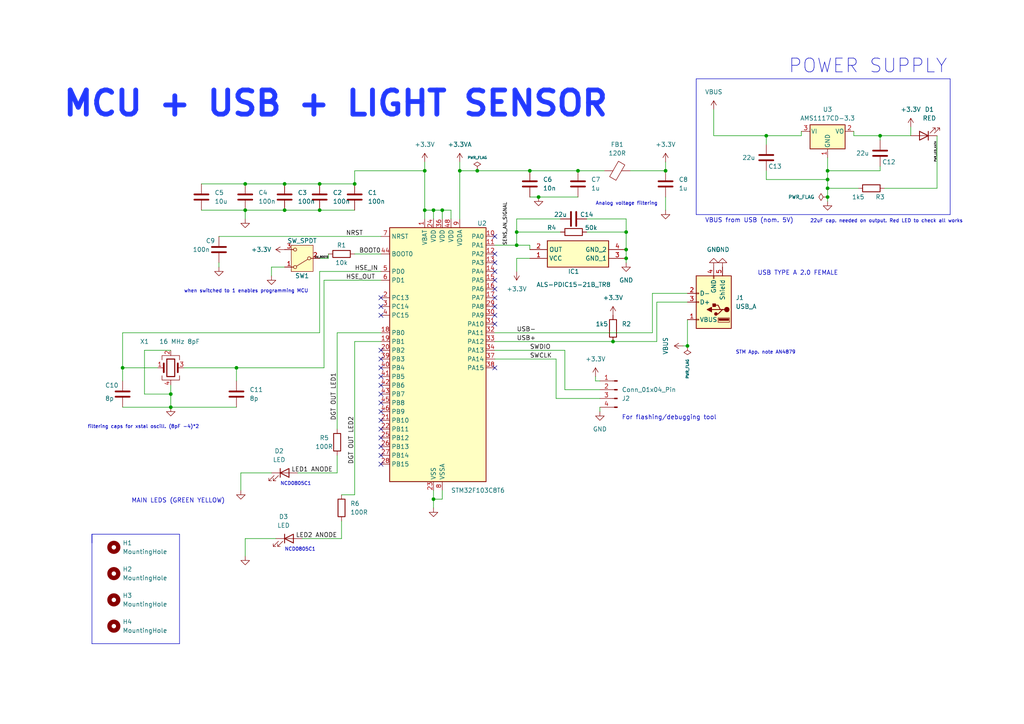
<source format=kicad_sch>
(kicad_sch (version 20230121) (generator eeschema)
  (paper "A4")
  (title_block (title "DuduLightingUp For Lila") (date "2024-01-11") (rev "1.0") (company "AleB"))
  (lib_symbols
    (symbol "Connector:Conn_01x04_Pin" (pin_names (offset 1.016) hide)
      (property "Reference" "J" (at 0 5.08 0))
      (property "Value" "Conn_01x04_Pin" (at 0 -7.62 0))
      (symbol "Conn_01x04_Pin_1_1"
        (polyline (pts (xy 1.27 -5.08) (xy 0.8636 -5.08)) (stroke (width 0.1524)))
        (polyline (pts (xy 1.27 -2.54) (xy 0.8636 -2.54)) (stroke (width 0.1524)))
        (polyline (pts (xy 1.27 0) (xy 0.8636 0)) (stroke (width 0.1524)))
        (polyline (pts (xy 1.27 2.54) (xy 0.8636 2.54)) (stroke (width 0.1524)))
        (rectangle (start 0.8636 -4.953) (end 0 -5.207) (stroke (width 0.1524)) (fill (type outline)))
        (rectangle (start 0.8636 -2.413) (end 0 -2.667) (stroke (width 0.1524)) (fill (type outline)))
        (rectangle (start 0.8636 0.127) (end 0 -0.127) (stroke (width 0.1524)) (fill (type outline)))
        (rectangle (start 0.8636 2.667) (end 0 2.413) (stroke (width 0.1524)) (fill (type outline)))
        (pin passive line (at 5.08 2.54 180) (length 3.81) (name "Pin_1") (number "1"))
        (pin passive line (at 5.08 0 180) (length 3.81) (name "Pin_2") (number "2"))
        (pin passive line (at 5.08 -2.54 180) (length 3.81) (name "Pin_3") (number "3"))
        (pin passive line (at 5.08 -5.08 180) (length 3.81) (name "Pin_4") (number "4"))
      )
    )
    (symbol "Connector:USB_A" (pin_names (offset 1.016))
      (property "Reference" "J" (at -5.08 11.43 0))
      (property "Value" "USB_A" (at -5.08 8.89 0))
      (symbol "USB_A_0_1"
        (rectangle (start -5.08 -7.62) (end 5.08 7.62) (stroke (width 0.254)) (fill (type background)))
        (circle (center -3.81 2.159) (radius 0.635) (stroke (width 0.254)) (fill (type outline)))
        (rectangle (start -1.524 4.826) (end -4.318 5.334) (fill (type outline)))
        (rectangle (start -1.27 4.572) (end -4.572 5.842))
        (circle (center -0.635 3.429) (radius 0.381) (stroke (width 0.254)) (fill (type outline)))
        (rectangle (start -0.127 -7.62) (end 0.127 -6.858))
        (polyline (pts (xy -3.175 2.159) (xy -2.54 2.159) (xy -1.27 3.429) (xy -0.635 3.429)) (stroke (width 0.254)))
        (polyline (pts (xy -2.54 2.159) (xy -1.905 2.159) (xy -1.27 0.889) (xy 0 0.889)) (stroke (width 0.254)))
        (polyline (pts (xy 0.635 2.794) (xy 0.635 1.524) (xy 1.905 2.159) (xy 0.635 2.794)) (stroke (width 0.254)) (fill (type outline)))
        (rectangle (start 0.254 1.27) (end -0.508 0.508) (stroke (width 0.254)) (fill (type outline)))
        (rectangle (start 5.08 -2.667) (end 4.318 -2.413))
        (rectangle (start 5.08 -0.127) (end 4.318 0.127))
        (rectangle (start 5.08 4.953) (end 4.318 5.207))
      )
      (symbol "USB_A_1_1"
        (polyline (pts (xy -1.905 2.159) (xy 0.635 2.159)) (stroke (width 0.254)))
        (pin power_in line (at 7.62 5.08 180) (length 2.54) (name "VBUS") (number "1"))
        (pin bidirectional line (at 7.62 -2.54 180) (length 2.54) (name "D-") (number "2"))
        (pin bidirectional line (at 7.62 0 180) (length 2.54) (name "D+") (number "3"))
        (pin power_in line (at 0 -10.16 90) (length 2.54) (name "GND") (number "4"))
        (pin passive line (at -2.54 -10.16 90) (length 2.54) (name "Shield") (number "5"))
      )
    )
    (symbol "Device:C" (pin_numbers hide) (pin_names (offset 0.254))
      (property "Reference" "C" (at 0.635 2.54 0))
      (property "Value" "C" (at 0.635 -2.54 0))
      (symbol "C_0_1"
        (polyline (pts (xy -2.032 -0.762) (xy 2.032 -0.762)) (stroke (width 0.508)))
        (polyline (pts (xy -2.032 0.762) (xy 2.032 0.762)) (stroke (width 0.508)))
      )
      (symbol "C_1_1"
        (pin passive line (at 0 3.81 270) (length 2.794) (name "~") (number "1"))
        (pin passive line (at 0 -3.81 90) (length 2.794) (name "~") (number "2"))
      )
    )
    (symbol "Device:Crystal_GND24" (pin_names (offset 1.016) hide)
      (property "Reference" "Y" (at 3.175 5.08 0))
      (property "Value" "Crystal_GND24" (at 3.175 3.175 0))
      (symbol "Crystal_GND24_0_1"
        (rectangle (start -1.143 2.54) (end 1.143 -2.54) (stroke (width 0.3048)))
        (polyline (pts (xy -2.54 0) (xy -2.032 0)))
        (polyline (pts (xy -2.032 -1.27) (xy -2.032 1.27)) (stroke (width 0.508)))
        (polyline (pts (xy 0 -3.81) (xy 0 -3.556)))
        (polyline (pts (xy 0 3.556) (xy 0 3.81)))
        (polyline (pts (xy 2.032 -1.27) (xy 2.032 1.27)) (stroke (width 0.508)))
        (polyline (pts (xy 2.032 0) (xy 2.54 0)))
        (polyline (pts (xy -2.54 -2.286) (xy -2.54 -3.556) (xy 2.54 -3.556) (xy 2.54 -2.286)))
        (polyline (pts (xy -2.54 2.286) (xy -2.54 3.556) (xy 2.54 3.556) (xy 2.54 2.286)))
      )
      (symbol "Crystal_GND24_1_1"
        (pin passive line (at -3.81 0 0) (length 1.27) (name "1") (number "1"))
        (pin passive line (at 0 5.08 270) (length 1.27) (name "2") (number "2"))
        (pin passive line (at 3.81 0 180) (length 1.27) (name "3") (number "3"))
        (pin passive line (at 0 -5.08 90) (length 1.27) (name "4") (number "4"))
      )
    )
    (symbol "Device:FerriteBead" (pin_numbers hide) (pin_names (offset 0))
      (property "Reference" "FB" (at -3.81 0.635 90))
      (property "Value" "FerriteBead" (at 3.81 0 90))
      (symbol "FerriteBead_0_1"
        (polyline (pts (xy 0 -1.27) (xy 0 -1.2192)))
        (polyline (pts (xy 0 1.27) (xy 0 1.2954)))
        (polyline (pts (xy -2.7686 0.4064) (xy -1.7018 2.2606) (xy 2.7686 -0.3048) (xy 1.6764 -2.159) (xy -2.7686 0.4064)))
      )
      (symbol "FerriteBead_1_1"
        (pin passive line (at 0 3.81 270) (length 2.54) (name "~") (number "1"))
        (pin passive line (at 0 -3.81 90) (length 2.54) (name "~") (number "2"))
      )
    )
    (symbol "Device:LED" (pin_numbers hide) (pin_names (offset 1.016) hide)
      (property "Reference" "D" (at 0 2.54 0))
      (property "Value" "LED" (at 0 -2.54 0))
      (symbol "LED_0_1"
        (polyline (pts (xy -1.27 -1.27) (xy -1.27 1.27)) (stroke (width 0.254)))
        (polyline (pts (xy -1.27 0) (xy 1.27 0)))
        (polyline (pts (xy 1.27 -1.27) (xy 1.27 1.27) (xy -1.27 0) (xy 1.27 -1.27)) (stroke (width 0.254)))
        (polyline (pts (xy -3.048 -0.762) (xy -4.572 -2.286) (xy -3.81 -2.286) (xy -4.572 -2.286) (xy -4.572 -1.524)))
        (polyline (pts (xy -1.778 -0.762) (xy -3.302 -2.286) (xy -2.54 -2.286) (xy -3.302 -2.286) (xy -3.302 -1.524)))
      )
      (symbol "LED_1_1"
        (pin passive line (at -3.81 0 0) (length 2.54) (name "K") (number "1"))
        (pin passive line (at 3.81 0 180) (length 2.54) (name "A") (number "2"))
      )
    )
    (symbol "Device:R" (pin_numbers hide) (pin_names (offset 0))
      (property "Reference" "R" (at 2.032 0 90))
      (property "Value" "R" (at 0 0 90))
      (symbol "R_0_1"
        (rectangle (start -1.016 -2.54) (end 1.016 2.54) (stroke (width 0.254)))
      )
      (symbol "R_1_1"
        (pin passive line (at 0 3.81 270) (length 1.27) (name "~") (number "1"))
        (pin passive line (at 0 -3.81 90) (length 1.27) (name "~") (number "2"))
      )
    )
    (symbol "MCU_ST_STM32F1:STM32F103C8Tx"
      (property "Reference" "U" (at -12.7 39.37 0))
      (property "Value" "STM32F103C8Tx" (at 10.16 39.37 0))
      (symbol "STM32F103C8Tx_0_1"
        (rectangle (start -12.7 -35.56) (end 15.24 38.1) (stroke (width 0.254)) (fill (type background)))
      )
      (symbol "STM32F103C8Tx_1_1"
        (pin power_in line (at -2.54 40.64 270) (length 2.54) (name "VBAT") (number "1"))
        (pin bidirectional line (at 17.78 35.56 180) (length 2.54) (name "PA0") (number "10"))
        (pin bidirectional line (at 17.78 33.02 180) (length 2.54) (name "PA1") (number "11"))
        (pin bidirectional line (at 17.78 30.48 180) (length 2.54) (name "PA2") (number "12"))
        (pin bidirectional line (at 17.78 27.94 180) (length 2.54) (name "PA3") (number "13"))
        (pin bidirectional line (at 17.78 25.4 180) (length 2.54) (name "PA4") (number "14"))
        (pin bidirectional line (at 17.78 22.86 180) (length 2.54) (name "PA5") (number "15"))
        (pin bidirectional line (at 17.78 20.32 180) (length 2.54) (name "PA6") (number "16"))
        (pin bidirectional line (at 17.78 17.78 180) (length 2.54) (name "PA7") (number "17"))
        (pin bidirectional line (at -15.24 7.62 0) (length 2.54) (name "PB0") (number "18"))
        (pin bidirectional line (at -15.24 5.08 0) (length 2.54) (name "PB1") (number "19"))
        (pin bidirectional line (at -15.24 17.78 0) (length 2.54) (name "PC13") (number "2"))
        (pin bidirectional line (at -15.24 2.54 0) (length 2.54) (name "PB2") (number "20"))
        (pin bidirectional line (at -15.24 -17.78 0) (length 2.54) (name "PB10") (number "21"))
        (pin bidirectional line (at -15.24 -20.32 0) (length 2.54) (name "PB11") (number "22"))
        (pin power_in line (at 0 -38.1 90) (length 2.54) (name "VSS") (number "23"))
        (pin power_in line (at 0 40.64 270) (length 2.54) (name "VDD") (number "24"))
        (pin bidirectional line (at -15.24 -22.86 0) (length 2.54) (name "PB12") (number "25"))
        (pin bidirectional line (at -15.24 -25.4 0) (length 2.54) (name "PB13") (number "26"))
        (pin bidirectional line (at -15.24 -27.94 0) (length 2.54) (name "PB14") (number "27"))
        (pin bidirectional line (at -15.24 -30.48 0) (length 2.54) (name "PB15") (number "28"))
        (pin bidirectional line (at 17.78 15.24 180) (length 2.54) (name "PA8") (number "29"))
        (pin bidirectional line (at -15.24 15.24 0) (length 2.54) (name "PC14") (number "3"))
        (pin bidirectional line (at 17.78 12.7 180) (length 2.54) (name "PA9") (number "30"))
        (pin bidirectional line (at 17.78 10.16 180) (length 2.54) (name "PA10") (number "31"))
        (pin bidirectional line (at 17.78 7.62 180) (length 2.54) (name "PA11") (number "32"))
        (pin bidirectional line (at 17.78 5.08 180) (length 2.54) (name "PA12") (number "33"))
        (pin bidirectional line (at 17.78 2.54 180) (length 2.54) (name "PA13") (number "34"))
        (pin passive line (at 0 -38.1 90) (length 2.54) hide (name "VSS") (number "35"))
        (pin power_in line (at 2.54 40.64 270) (length 2.54) (name "VDD") (number "36"))
        (pin bidirectional line (at 17.78 0 180) (length 2.54) (name "PA14") (number "37"))
        (pin bidirectional line (at 17.78 -2.54 180) (length 2.54) (name "PA15") (number "38"))
        (pin bidirectional line (at -15.24 0 0) (length 2.54) (name "PB3") (number "39"))
        (pin bidirectional line (at -15.24 12.7 0) (length 2.54) (name "PC15") (number "4"))
        (pin bidirectional line (at -15.24 -2.54 0) (length 2.54) (name "PB4") (number "40"))
        (pin bidirectional line (at -15.24 -5.08 0) (length 2.54) (name "PB5") (number "41"))
        (pin bidirectional line (at -15.24 -7.62 0) (length 2.54) (name "PB6") (number "42"))
        (pin bidirectional line (at -15.24 -10.16 0) (length 2.54) (name "PB7") (number "43"))
        (pin input line (at -15.24 30.48 0) (length 2.54) (name "BOOT0") (number "44"))
        (pin bidirectional line (at -15.24 -12.7 0) (length 2.54) (name "PB8") (number "45"))
        (pin bidirectional line (at -15.24 -15.24 0) (length 2.54) (name "PB9") (number "46"))
        (pin passive line (at 0 -38.1 90) (length 2.54) hide (name "VSS") (number "47"))
        (pin power_in line (at 5.08 40.64 270) (length 2.54) (name "VDD") (number "48"))
        (pin bidirectional line (at -15.24 25.4 0) (length 2.54) (name "PD0") (number "5"))
        (pin bidirectional line (at -15.24 22.86 0) (length 2.54) (name "PD1") (number "6"))
        (pin input line (at -15.24 35.56 0) (length 2.54) (name "NRST") (number "7"))
        (pin power_in line (at 2.54 -38.1 90) (length 2.54) (name "VSSA") (number "8"))
        (pin power_in line (at 7.62 40.64 270) (length 2.54) (name "VDDA") (number "9"))
      )
    )
    (symbol "Mechanical:MountingHole" (pin_names (offset 1.016))
      (property "Reference" "H" (at 0 5.08 0))
      (property "Value" "MountingHole" (at 0 3.175 0))
      (symbol "MountingHole_0_1"
        (circle (center 0 0) (radius 1.27) (stroke (width 1.27)))
      )
    )
    (symbol "Regulator_Linear:AMS1117CD-3.3" (pin_names (offset 0.254))
      (property "Reference" "U" (at -3.81 3.175 0))
      (property "Value" "AMS1117CD-3.3" (at 0 3.175 0))
      (symbol "AMS1117CD-3.3_0_1"
        (rectangle (start -5.08 -5.08) (end 5.08 1.905) (stroke (width 0.254)) (fill (type background)))
      )
      (symbol "AMS1117CD-3.3_1_1"
        (pin power_in line (at 0 -7.62 90) (length 2.54) (name "GND") (number "1"))
        (pin power_out line (at 7.62 0 180) (length 2.54) (name "VO") (number "2"))
        (pin power_in line (at -7.62 0 0) (length 2.54) (name "VI") (number "3"))
      )
    )
    (symbol "SamacSys_Parts:ALS-PDIC15-21B_TR8"
      (property "Reference" "IC" (at 24.13 7.62 0))
      (property "Value" "ALS-PDIC15-21B_TR8" (at 24.13 5.08 0))
      (symbol "ALS-PDIC15-21B_TR8_1_1"
        (rectangle (start 5.08 2.54) (end 22.86 -5.08) (stroke (width 0.254)) (fill (type background)))
        (pin passive line (at 27.94 0 180) (length 5.08) (name "VCC") (number "1"))
        (pin passive line (at 27.94 -2.54 180) (length 5.08) (name "OUT") (number "2"))
        (pin passive line (at 0 0 0) (length 5.08) (name "GND_1") (number "3"))
        (pin passive line (at 0 -2.54 0) (length 5.08) (name "GND_2") (number "4"))
      )
    )
    (symbol "Switch:SW_SPDT" (pin_names (offset 0) hide)
      (property "Reference" "SW" (at 0 5.08 0))
      (property "Value" "SW_SPDT" (at 0 -5.08 0))
      (symbol "SW_SPDT_0_1"
        (circle (center -2.032 0) (radius 0.4572))
        (polyline (pts (xy -1.651 0.254) (xy 1.651 2.286)))
        (circle (center 2.032 -2.54) (radius 0.4572))
        (circle (center 2.032 2.54) (radius 0.4572))
      )
      (symbol "SW_SPDT_1_1"
        (rectangle (start -3.175 3.81) (end 3.175 -3.81) (fill (type background)))
        (pin passive line (at 5.08 2.54 180) (length 2.54) (name "A") (number "1"))
        (pin passive line (at -5.08 0 0) (length 2.54) (name "B") (number "2"))
        (pin passive line (at 5.08 -2.54 180) (length 2.54) (name "C") (number "3"))
      )
    )
    (symbol "power:+3.3V" (power) (pin_names (offset 0))
      (property "Value" "+3.3V" (at 0 3.556 0))
      (symbol "+3.3V_0_1"
        (polyline (pts (xy -0.762 1.27) (xy 0 2.54)))
        (polyline (pts (xy 0 0) (xy 0 2.54)))
        (polyline (pts (xy 0 2.54) (xy 0.762 1.27)))
      )
      (symbol "+3.3V_1_1"
        (pin power_in line (at 0 0 90) (length 0) hide (name "+3.3V") (number "1"))
      )
    )
    (symbol "power:+3.3VA" (power) (pin_names (offset 0))
      (property "Value" "+3.3VA" (at 0 3.556 0))
      (symbol "+3.3VA_0_1"
        (polyline (pts (xy -0.762 1.27) (xy 0 2.54)))
        (polyline (pts (xy 0 0) (xy 0 2.54)))
        (polyline (pts (xy 0 2.54) (xy 0.762 1.27)))
      )
      (symbol "+3.3VA_1_1"
        (pin power_in line (at 0 0 90) (length 0) hide (name "+3.3VA") (number "1"))
      )
    )
    (symbol "power:GND" (power) (pin_names (offset 0))
      (property "Value" "GND" (at 0 -3.81 0))
      (symbol "GND_0_1"
        (polyline (pts (xy 0 0) (xy 0 -1.27) (xy 1.27 -1.27) (xy 0 -2.54) (xy -1.27 -1.27) (xy 0 -1.27)))
      )
      (symbol "GND_1_1"
        (pin power_in line (at 0 0 270) (length 0) hide (name "GND") (number "1"))
      )
    )
    (symbol "power:PWR_FLAG" (power) (pin_numbers hide) (pin_names (offset 0) hide)
      (property "Value" "PWR_FLAG" (at 0 3.81 0))
      (symbol "PWR_FLAG_0_0"
        (pin power_out line (at 0 0 90) (length 0) (name "pwr") (number "1"))
      )
      (symbol "PWR_FLAG_0_1"
        (polyline (pts (xy 0 0) (xy 0 1.27) (xy -1.016 1.905) (xy 0 2.54) (xy 1.016 1.905) (xy 0 1.27)))
      )
    )
    (symbol "power:VBUS" (power) (pin_names (offset 0))
      (property "Value" "VBUS" (at 0 3.81 0))
      (symbol "VBUS_0_1"
        (polyline (pts (xy -0.762 1.27) (xy 0 2.54)))
        (polyline (pts (xy 0 0) (xy 0 2.54)))
        (polyline (pts (xy 0 2.54) (xy 0.762 1.27)))
      )
      (symbol "VBUS_1_1"
        (pin power_in line (at 0 0 90) (length 0) hide (name "VBUS") (number "1"))
      )
    )
  )
  (junction (at 82.55 53.34))
  (junction (at 123.19 49.53))
  (junction (at 49.53 118.11))
  (junction (at 222.25 39.37))
  (junction (at 125.73 144.78))
  (junction (at 49.53 114.3))
  (junction (at 133.35 49.53))
  (junction (at 92.71 53.34))
  (junction (at 240.03 52.07))
  (junction (at 181.61 67.31))
  (junction (at 138.43 49.53))
  (junction (at 181.61 72.39))
  (junction (at 125.73 60.96))
  (junction (at 240.03 57.15))
  (junction (at 102.87 53.34))
  (junction (at 149.86 67.31))
  (junction (at 240.03 49.53))
  (junction (at 156.21 57.15))
  (junction (at 128.27 60.96))
  (junction (at 240.03 54.61))
  (junction (at 123.19 60.96))
  (junction (at 92.71 60.96))
  (junction (at 177.8 99.06))
  (junction (at 82.55 60.96))
  (junction (at 153.67 49.53))
  (junction (at 255.27 39.37))
  (junction (at 71.12 53.34))
  (junction (at 68.58 106.68))
  (junction (at 199.39 100.33))
  (junction (at 181.61 74.93))
  (junction (at 35.56 106.68))
  (junction (at 71.12 60.96))
  (junction (at 193.04 49.53))
  (junction (at 149.86 71.12))
  (junction (at 167.64 49.53))
  (no_connect (at 110.49 124.46))
  (no_connect (at 110.49 104.14))
  (no_connect (at 143.51 81.28))
  (no_connect (at 110.49 132.08))
  (no_connect (at 110.49 88.9))
  (no_connect (at 143.51 78.74))
  (no_connect (at 110.49 106.68))
  (no_connect (at 110.49 91.44))
  (no_connect (at 143.51 88.9))
  (no_connect (at 143.51 73.66))
  (no_connect (at 110.49 86.36))
  (no_connect (at 110.49 134.62))
  (no_connect (at 143.51 76.2))
  (no_connect (at 110.49 121.92))
  (no_connect (at 110.49 127))
  (no_connect (at 143.51 86.36))
  (no_connect (at 110.49 101.6))
  (no_connect (at 143.51 106.68))
  (no_connect (at 143.51 93.98))
  (no_connect (at 110.49 119.38))
  (no_connect (at 110.49 109.22))
  (no_connect (at 143.51 91.44))
  (no_connect (at 143.51 68.58))
  (no_connect (at 110.49 129.54))
  (no_connect (at 110.49 114.3))
  (no_connect (at 110.49 111.76))
  (no_connect (at 110.49 116.84))
  (no_connect (at 143.51 83.82))
  (wire (pts (xy 110.49 96.52) (xy 97.79 96.52)))
  (wire (pts (xy 92.71 60.96) (xy 102.87 60.96)))
  (wire (pts (xy 193.04 46.99) (xy 193.04 49.53)))
  (wire (pts (xy 173.99 118.11) (xy 173.99 119.38)))
  (wire (pts (xy 143.51 101.6) (xy 163.83 101.6)))
  (wire (pts (xy 264.16 36.83) (xy 264.16 39.37)))
  (polyline (pts (xy 201.93 62.23) (xy 275.59 62.23)))
  (wire (pts (xy 78.74 77.47) (xy 78.74 80.01)))
  (wire (pts (xy 207.01 39.37) (xy 222.25 39.37)))
  (wire (pts (xy 240.03 49.53) (xy 255.27 49.53)))
  (wire (pts (xy 143.51 104.14) (xy 161.29 104.14)))
  (wire (pts (xy 182.88 49.53) (xy 193.04 49.53)))
  (wire (pts (xy 133.35 46.99) (xy 133.35 49.53)))
  (wire (pts (xy 123.19 60.96) (xy 123.19 63.5)))
  (wire (pts (xy 198.12 100.33) (xy 199.39 100.33)))
  (wire (pts (xy 138.43 49.53) (xy 153.67 49.53)))
  (wire (pts (xy 41.91 114.3) (xy 49.53 114.3)))
  (wire (pts (xy 240.03 49.53) (xy 240.03 52.07)))
  (wire (pts (xy 181.61 63.5) (xy 181.61 67.31)))
  (wire (pts (xy 123.19 49.53) (xy 123.19 60.96)))
  (wire (pts (xy 102.87 49.53) (xy 123.19 49.53)))
  (wire (pts (xy 161.29 104.14) (xy 161.29 115.57)))
  (wire (pts (xy 143.51 99.06) (xy 177.8 99.06)))
  (wire (pts (xy 271.78 39.37) (xy 271.78 54.61)))
  (wire (pts (xy 99.06 156.21) (xy 87.63 156.21)))
  (wire (pts (xy 35.56 118.11) (xy 49.53 118.11)))
  (polyline (pts (xy 52.07 154.94) (xy 26.67 154.94)))
  (wire (pts (xy 63.5 68.58) (xy 110.49 68.58)))
  (wire (pts (xy 153.67 49.53) (xy 167.64 49.53)))
  (wire (pts (xy 149.86 74.93) (xy 149.86 78.74)))
  (wire (pts (xy 181.61 72.39) (xy 181.61 74.93)))
  (wire (pts (xy 49.53 118.11) (xy 68.58 118.11)))
  (wire (pts (xy 149.86 71.12) (xy 153.67 71.12)))
  (wire (pts (xy 255.27 39.37) (xy 264.16 39.37)))
  (wire (pts (xy 41.91 101.6) (xy 41.91 114.3)))
  (wire (pts (xy 177.8 99.06) (xy 190.5 99.06)))
  (wire (pts (xy 95.25 73.66) (xy 95.25 74.93)))
  (wire (pts (xy 240.03 52.07) (xy 240.03 54.61)))
  (wire (pts (xy 71.12 60.96) (xy 71.12 63.5)))
  (wire (pts (xy 247.65 39.37) (xy 247.65 38.1)))
  (wire (pts (xy 156.21 57.15) (xy 167.64 57.15)))
  (wire (pts (xy 102.87 99.06) (xy 102.87 143.51)))
  (wire (pts (xy 97.79 137.16) (xy 86.36 137.16)))
  (wire (pts (xy 102.87 73.66) (xy 110.49 73.66)))
  (wire (pts (xy 97.79 96.52) (xy 97.79 124.46)))
  (wire (pts (xy 149.86 71.12) (xy 149.86 67.31)))
  (wire (pts (xy 102.87 49.53) (xy 102.87 53.34)))
  (wire (pts (xy 93.98 81.28) (xy 93.98 106.68)))
  (wire (pts (xy 130.81 60.96) (xy 130.81 63.5)))
  (wire (pts (xy 82.55 53.34) (xy 92.71 53.34)))
  (wire (pts (xy 71.12 53.34) (xy 82.55 53.34)))
  (wire (pts (xy 125.73 60.96) (xy 128.27 60.96)))
  (wire (pts (xy 133.35 49.53) (xy 133.35 63.5)))
  (wire (pts (xy 170.18 67.31) (xy 181.61 67.31)))
  (wire (pts (xy 49.53 111.76) (xy 49.53 114.3)))
  (wire (pts (xy 92.71 96.52) (xy 35.56 96.52)))
  (wire (pts (xy 58.42 53.34) (xy 71.12 53.34)))
  (wire (pts (xy 82.55 60.96) (xy 92.71 60.96)))
  (wire (pts (xy 143.51 96.52) (xy 189.23 96.52)))
  (wire (pts (xy 63.5 76.2) (xy 63.5 77.47)))
  (wire (pts (xy 240.03 54.61) (xy 240.03 57.15)))
  (wire (pts (xy 133.35 49.53) (xy 138.43 49.53)))
  (polyline (pts (xy 26.67 186.69) (xy 52.07 186.69)))
  (wire (pts (xy 82.55 77.47) (xy 78.74 77.47)))
  (wire (pts (xy 99.06 151.13) (xy 99.06 156.21)))
  (wire (pts (xy 162.56 63.5) (xy 149.86 63.5)))
  (wire (pts (xy 207.01 31.75) (xy 207.01 39.37)))
  (wire (pts (xy 190.5 87.63) (xy 199.39 87.63)))
  (wire (pts (xy 232.41 39.37) (xy 232.41 38.1)))
  (wire (pts (xy 125.73 144.78) (xy 128.27 144.78)))
  (wire (pts (xy 95.25 74.93) (xy 92.71 74.93)))
  (wire (pts (xy 240.03 54.61) (xy 248.92 54.61)))
  (wire (pts (xy 255.27 48.26) (xy 255.27 49.53)))
  (wire (pts (xy 78.74 137.16) (xy 69.85 137.16)))
  (wire (pts (xy 123.19 46.99) (xy 123.19 49.53)))
  (polyline (pts (xy 52.07 186.69) (xy 52.07 154.94)))
  (polyline (pts (xy 26.67 154.94) (xy 26.67 186.69)))
  (wire (pts (xy 58.42 60.96) (xy 71.12 60.96)))
  (wire (pts (xy 125.73 144.78) (xy 125.73 147.32)))
  (wire (pts (xy 49.53 114.3) (xy 49.53 118.11)))
  (wire (pts (xy 240.03 45.72) (xy 240.03 49.53)))
  (wire (pts (xy 128.27 60.96) (xy 128.27 63.5)))
  (polyline (pts (xy 201.93 22.86) (xy 275.59 22.86)))
  (wire (pts (xy 190.5 87.63) (xy 190.5 99.06)))
  (wire (pts (xy 92.71 53.34) (xy 102.87 53.34)))
  (wire (pts (xy 240.03 57.15) (xy 240.03 58.42)))
  (wire (pts (xy 92.71 78.74) (xy 92.71 96.52)))
  (wire (pts (xy 49.53 101.6) (xy 41.91 101.6)))
  (wire (pts (xy 189.23 85.09) (xy 189.23 96.52)))
  (wire (pts (xy 222.25 49.53) (xy 222.25 52.07)))
  (wire (pts (xy 172.72 109.22) (xy 172.72 110.49)))
  (wire (pts (xy 102.87 143.51) (xy 99.06 143.51)))
  (wire (pts (xy 125.73 142.24) (xy 125.73 144.78)))
  (wire (pts (xy 167.64 49.53) (xy 175.26 49.53)))
  (wire (pts (xy 189.23 85.09) (xy 199.39 85.09)))
  (wire (pts (xy 255.27 39.37) (xy 255.27 40.64)))
  (wire (pts (xy 35.56 106.68) (xy 45.72 106.68)))
  (wire (pts (xy 181.61 74.93) (xy 181.61 76.2)))
  (wire (pts (xy 128.27 60.96) (xy 130.81 60.96)))
  (wire (pts (xy 69.85 137.16) (xy 69.85 142.24)))
  (wire (pts (xy 153.67 72.39) (xy 153.67 71.12)))
  (wire (pts (xy 222.25 39.37) (xy 232.41 39.37)))
  (wire (pts (xy 247.65 39.37) (xy 255.27 39.37)))
  (wire (pts (xy 181.61 67.31) (xy 181.61 72.39)))
  (wire (pts (xy 123.19 60.96) (xy 125.73 60.96)))
  (wire (pts (xy 193.04 57.15) (xy 193.04 60.96)))
  (wire (pts (xy 110.49 99.06) (xy 102.87 99.06)))
  (wire (pts (xy 35.56 96.52) (xy 35.56 106.68)))
  (wire (pts (xy 199.39 92.71) (xy 199.39 100.33)))
  (wire (pts (xy 161.29 115.57) (xy 173.99 115.57)))
  (wire (pts (xy 53.34 106.68) (xy 68.58 106.68)))
  (wire (pts (xy 163.83 101.6) (xy 163.83 113.03)))
  (wire (pts (xy 172.72 110.49) (xy 173.99 110.49)))
  (wire (pts (xy 222.25 52.07) (xy 240.03 52.07)))
  (wire (pts (xy 149.86 74.93) (xy 153.67 74.93)))
  (wire (pts (xy 71.12 60.96) (xy 82.55 60.96)))
  (wire (pts (xy 128.27 142.24) (xy 128.27 144.78)))
  (polyline (pts (xy 26.67 154.94) (xy 26.67 157.48)))
  (polyline (pts (xy 275.59 62.23) (xy 275.59 22.86)))
  (polyline (pts (xy 201.93 22.86) (xy 201.93 62.23)))
  (wire (pts (xy 149.86 67.31) (xy 162.56 67.31)))
  (wire (pts (xy 222.25 39.37) (xy 222.25 41.91)))
  (wire (pts (xy 125.73 60.96) (xy 125.73 63.5)))
  (wire (pts (xy 143.51 71.12) (xy 149.86 71.12)))
  (wire (pts (xy 93.98 81.28) (xy 110.49 81.28)))
  (wire (pts (xy 153.67 57.15) (xy 156.21 57.15)))
  (wire (pts (xy 92.71 78.74) (xy 110.49 78.74)))
  (wire (pts (xy 35.56 106.68) (xy 35.56 110.49)))
  (wire (pts (xy 149.86 63.5) (xy 149.86 67.31)))
  (wire (pts (xy 71.12 156.21) (xy 71.12 161.29)))
  (wire (pts (xy 170.18 63.5) (xy 181.61 63.5)))
  (wire (pts (xy 68.58 106.68) (xy 93.98 106.68)))
  (wire (pts (xy 68.58 106.68) (xy 68.58 110.49)))
  (wire (pts (xy 97.79 132.08) (xy 97.79 137.16)))
  (wire (pts (xy 256.54 54.61) (xy 271.78 54.61)))
  (wire (pts (xy 163.83 113.03) (xy 173.99 113.03)))
  (wire (pts (xy 80.01 156.21) (xy 71.12 156.21)))
  (text "For flashing/debugging tool" (at 180.34 121.92 0) (effects (font (size 1.27 1.27)) (justify left bottom)))
  (text "VBUS from USB (nom. 5V)" (at 204.47 64.77 0) (effects (font (size 1.27 1.27)) (justify left bottom)))
  (text "POWER SUPPLY" (at 228.6 21.59 0) (effects (font (size 4 4)) (justify left bottom)))
  (text "USB TYPE A 2.0 FEMALE " (at 219.71 80.01 0) (effects (font (size 1.27 1.27)) (justify left bottom)))
  (text "NCD0805C1" (at 81.28 140.97 0) (effects (font (size 1 1)) (justify left bottom)))
  (text "when switched to 1 enables programming MCU" (at 53.34 85.09 0) (effects (font (size 1 1)) (justify left bottom)))
  (text "22uF cap. needed on output. Red LED to check all works" (at 234.95 64.77 0) (effects (font (size 1 1)) (justify left bottom)))
  (text "filtering caps for xstal oscill. (8pF -4)*2" (at 25.4 124.46 0) (effects (font (size 1 1)) (justify left bottom)))
  (text "MCU + USB + LIGHT SENSOR" (at 17.78 34.29 0) (effects (font (size 7 7) (thickness 1.4) bold) (justify left bottom)))
  (text "STM App. note AN4879" (at 213.36 102.87 0) (effects (font (size 1 1)) (justify left bottom)))
  (text "NCD0805C1" (at 82.55 160.02 0) (effects (font (size 1 1)) (justify left bottom)))
  (text "MAIN LEDS (GREEN YELLOW)" (at 38.1 146.05 0) (effects (font (size 1.27 1.27)) (justify left bottom)))
  (text "Analog voltage filtering" (at 172.72 59.69 0) (effects (font (size 1 1)) (justify left bottom)))
  (label "SWCLK" (at 153.67 104.14 0))
  (label "NRST" (at 100.33 68.58 0))
  (label "DGT OUT LED1" (at 97.79 121.92 90))
  (label "SW_BOOT0" (at 95.25 74.93 180) (effects (font (size 0.5 0.5))))
  (label "HSE_OUT" (at 100.33 81.28 0))
  (label "SENS_AN_SIGNAL" (at 147.32 71.12 90) (effects (font (size 1 1))))
  (label "BOOT0" (at 104.14 73.66 0))
  (label "LED2 ANODE" (at 97.79 156.21 180))
  (label "LED1 ANODE" (at 96.52 137.16 180))
  (label "SWDIO" (at 153.67 101.6 0))
  (label "PWR_LED_KATH" (at 271.78 46.99 90) (effects (font (size 0.54 0.54))))
  (label "DGT OUT LED2" (at 102.87 134.62 90))
  (label "HSE_IN" (at 102.87 78.74 0))
  (label "USB+" (at 149.86 99.06 0))
  (label "USB-" (at 149.86 96.52 0))
  (symbol (lib_id "Device:LED") (at 82.55 137.16 0) (unit 1)
    (property "Reference" "D2" (at 80.9625 130.81 0))
    (property "Value" "LED" (at 80.9625 133.35 0))
    (property "Footprint" "LED_SMD:LED_0805_2012Metric" (effects hide))
  )
  (symbol (lib_id "power:PWR_FLAG") (at 240.03 57.15 90) (unit 1)
    (property "Reference" "#FLG02" (effects hide))
    (property "Value" "PWR_FLAG" (at 236.22 57.1499 90) (effects (font (size 1 1)) (justify left)))
  )
  (symbol (lib_id "power:+3.3VA") (at 133.35 46.99 0) (unit 1)
    (property "Reference" "#PWR04" (effects hide))
    (property "Value" "+3.3VA" (at 133.35 41.91 0))
  )
  (symbol (lib_id "Device:R") (at 99.06 73.66 90) (unit 1)
    (property "Reference" "R1" (at 99.06 71.12 90))
    (property "Value" "10k" (at 99.06 76.2 90))
    (property "Footprint" "Resistor_SMD:R_0402_1005Metric" (effects hide))
  )
  (symbol (lib_id "Device:LED") (at 83.82 156.21 0) (unit 1)
    (property "Reference" "D3" (at 82.2325 149.86 0))
    (property "Value" "LED" (at 82.2325 152.4 0))
    (property "Footprint" "LED_SMD:LED_0805_2012Metric" (effects hide))
  )
  (symbol (lib_id "power:VBUS") (at 198.12 100.33 90) (unit 1)
    (property "Reference" "#PWR013" (effects hide))
    (property "Value" "VBUS" (at 193.04 100.33 0))
  )
  (symbol (lib_id "Connector:USB_A") (at 207.01 87.63 180) (unit 1)
    (property "Reference" "J1" (at 213.36 86.36 0) (effects (justify right)))
    (property "Value" "USB_A" (at 213.36 88.9 0) (effects (justify right)))
    (property "Footprint" "Connector_USB:USB_A_Molex_67643_Horizontal" (effects hide))
    (property "Datasheet" " ~" (effects hide))
  )
  (symbol (lib_id "power:+3.3V") (at 177.8 91.44 0) (unit 1)
    (property "Reference" "#PWR014" (effects hide))
    (property "Value" "+3.3V" (at 177.8 86.36 0))
  )
  (symbol (lib_id "power:GND") (at 173.99 119.38 0) (unit 1)
    (property "Reference" "#PWR016" (effects hide))
    (property "Value" "GND" (at 173.99 124.46 0))
  )
  (symbol (lib_id "Device:C") (at 166.37 63.5 90) (unit 1)
    (property "Reference" "C14" (at 170.18 62.23 90))
    (property "Value" "22u" (at 162.56 62.23 90))
    (property "Footprint" "Capacitor_SMD:C_0805_2012Metric" (effects hide))
  )
  (symbol (lib_id "Device:C") (at 92.71 57.15 0) (unit 1)
    (property "Reference" "C2" (at 96.52 55.88 0) (effects (justify left)))
    (property "Value" "100n" (at 96.52 58.42 0) (effects (justify left)))
    (property "Footprint" "Capacitor_SMD:C_0402_1005Metric" (effects hide))
  )
  (symbol (lib_id "power:+3.3V") (at 264.16 36.83 0) (unit 1)
    (property "Reference" "#PWR022" (effects hide))
    (property "Value" "+3.3V" (at 264.16 31.75 0))
  )
  (symbol (lib_id "power:GND") (at 78.74 80.01 0) (unit 1)
    (property "Reference" "#PWR09" (effects hide))
    (property "Value" "GND" (effects hide))
  )
  (symbol (lib_id "Device:C") (at 58.42 57.15 0) (unit 1)
    (property "Reference" "C5" (at 62.23 55.88 0) (effects (justify left)))
    (property "Value" "10u" (at 62.23 58.42 0) (effects (justify left)))
    (property "Footprint" "Capacitor_SMD:C_0603_1608Metric" (effects hide))
  )
  (symbol (lib_id "power:VBUS") (at 207.01 31.75 0) (unit 1)
    (property "Reference" "#PWR019" (effects hide))
    (property "Value" "VBUS" (at 207.01 26.67 0))
  )
  (symbol (lib_id "Device:FerriteBead") (at 179.07 49.53 90) (unit 1)
    (property "Reference" "FB1" (at 179.0192 41.91 90))
    (property "Value" "120R" (at 179.0192 44.45 90))
    (property "Footprint" "Inductor_SMD:L_0603_1608Metric" (effects hide))
  )
  (symbol (lib_id "Switch:SW_SPDT") (at 87.63 74.93 180) (unit 1)
    (property "Reference" "SW1" (at 87.63 80.01 0))
    (property "Value" "SW_SPDT" (at 87.63 69.85 0))
    (property "Footprint" "Button_Switch_THT:SW_E-Switch_EG1224_SPDT_Angled" (effects hide))
  )
  (symbol (lib_id "Device:C") (at 82.55 57.15 0) (unit 1)
    (property "Reference" "C3" (at 86.36 55.88 0) (effects (justify left)))
    (property "Value" "100n" (at 86.36 58.42 0) (effects (justify left)))
    (property "Footprint" "Capacitor_SMD:C_0402_1005Metric" (effects hide))
  )
  (symbol (lib_id "power:+3.3V") (at 123.19 46.99 0) (unit 1)
    (property "Reference" "#PWR02" (effects hide))
    (property "Value" "+3.3V" (at 123.19 41.91 0))
  )
  (symbol (lib_id "power:GND") (at 209.55 77.47 180) (unit 1)
    (property "Reference" "#PWR024" (effects hide))
    (property "Value" "GND" (at 209.55 72.39 0))
  )
  (symbol (lib_id "power:+3.3V") (at 82.55 72.39 90) (unit 1)
    (property "Reference" "#PWR010" (effects hide))
    (property "Value" "+3.3V" (at 78.74 72.39 90) (effects (justify left)))
  )
  (symbol (lib_id "SamacSys_Parts:ALS-PDIC15-21B_TR8") (at 181.61 74.93 180) (unit 1)
    (property "Reference" "IC1" (at 166.37 78.74 0))
    (property "Value" "ALS-PDIC15-21B_TR8" (at 166.37 82.55 0))
    (property "Footprint" "SamacSys_Parts:ALSPDIC1521BTR8" (effects hide))
    (property "Datasheet" "https://4donline.ihs.com/images/VipMasterIC/IC/EVER/EVER-S-A0007433051/EVER-S-A0007433051-1.pdf?hkey=EF798316E3902B6ED9A73243A3159BB0" (effects hide))
    (property "Height" "1.3" (effects hide))
    (property "Manufacturer_Name" "Everlight" (effects hide))
    (property "Manufacturer_Part_Number" "ALS-PDIC15-21B/TR8" (effects hide))
  )
  (symbol (lib_id "Mechanical:MountingHole") (at 33.02 158.75 0) (unit 1)
    (property "Reference" "H1" (at 35.56 157.48 0) (effects (justify left)))
    (property "Value" "MountingHole" (at 35.56 160.02 0) (effects (justify left)))
    (property "Footprint" "MountingHole:MountingHole_2.2mm_M2" (effects hide))
  )
  (symbol (lib_id "Device:C") (at 255.27 44.45 0) (unit 1)
    (property "Reference" "C12" (at 257.81 46.99 0))
    (property "Value" "22u" (at 250.19 44.45 0))
    (property "Footprint" "Capacitor_SMD:C_0805_2012Metric" (effects hide))
  )
  (symbol (lib_id "power:PWR_FLAG") (at 138.43 49.53 0) (unit 1)
    (property "Reference" "#FLG03" (effects hide))
    (property "Value" "PWR_FLAG" (at 138.43 45.72 0) (effects (font (size 0.75 0.75))))
  )
  (symbol (lib_id "Device:R") (at 166.37 67.31 90) (unit 1)
    (property "Reference" "R4" (at 160.02 66.04 90))
    (property "Value" "50k" (at 171.45 66.04 90))
    (property "Footprint" "Resistor_SMD:R_0805_2012Metric" (effects hide))
  )
  (symbol (lib_id "power:GND") (at 193.04 60.96 0) (unit 1)
    (property "Reference" "#PWR06" (effects hide))
    (property "Value" "GND" (effects hide))
  )
  (symbol (lib_id "Device:R") (at 97.79 128.27 0) (unit 1)
    (property "Reference" "R5" (at 92.71 127 0) (effects (justify left)))
    (property "Value" "100R" (at 91.44 129.54 0) (effects (justify left)))
    (property "Footprint" "Resistor_SMD:R_1206_3216Metric" (effects hide))
  )
  (symbol (lib_id "Device:C") (at 193.04 53.34 0) (unit 1)
    (property "Reference" "C8" (at 196.85 52.07 0) (effects (justify left)))
    (property "Value" "1u" (at 196.85 54.61 0) (effects (justify left)))
    (property "Footprint" "Capacitor_SMD:C_0603_1608Metric" (effects hide))
  )
  (symbol (lib_id "Device:C") (at 153.67 53.34 0) (unit 1)
    (property "Reference" "C6" (at 157.48 52.07 0) (effects (justify left)))
    (property "Value" "10n" (at 157.48 54.61 0) (effects (justify left)))
    (property "Footprint" "Capacitor_SMD:C_0402_1005Metric" (effects hide))
  )
  (symbol (lib_id "power:GND") (at 71.12 63.5 0) (unit 1)
    (property "Reference" "#PWR03" (effects hide))
    (property "Value" "GND" (effects hide))
  )
  (symbol (lib_id "Mechanical:MountingHole") (at 33.02 166.37 0) (unit 1)
    (property "Reference" "H2" (at 35.56 165.1 0) (effects (justify left)))
    (property "Value" "MountingHole" (at 35.56 167.64 0) (effects (justify left)))
    (property "Footprint" "MountingHole:MountingHole_2.2mm_M2" (effects hide))
  )
  (symbol (lib_id "Connector:Conn_01x04_Pin") (at 179.07 113.03 0) (mirror y) (unit 1)
    (property "Reference" "J2" (at 180.34 115.57 0) (effects (justify right)))
    (property "Value" "Conn_01x04_Pin" (at 180.34 113.03 0) (effects (justify right)))
    (property "Footprint" "Connector:FanPinHeader_1x04_P2.54mm_Vertical" (effects hide))
  )
  (symbol (lib_id "Device:C") (at 222.25 45.72 0) (unit 1)
    (property "Reference" "C13" (at 224.79 48.26 0))
    (property "Value" "22u" (at 217.17 45.72 0))
    (property "Footprint" "Capacitor_SMD:C_0805_2012Metric" (effects hide))
  )
  (symbol (lib_id "power:GND") (at 207.01 77.47 180) (unit 1)
    (property "Reference" "#PWR012" (effects hide))
    (property "Value" "GND" (at 207.01 72.39 0))
  )
  (symbol (lib_id "Device:R") (at 99.06 147.32 0) (unit 1)
    (property "Reference" "R6" (at 101.6 146.05 0) (effects (justify left)))
    (property "Value" "100R" (at 101.6 148.59 0) (effects (justify left)))
    (property "Footprint" "Resistor_SMD:R_1206_3216Metric" (effects hide))
  )
  (symbol (lib_id "power:GND") (at 181.61 76.2 0) (unit 1)
    (property "Reference" "#PWR018" (effects hide))
    (property "Value" "GND" (at 181.61 81.28 0))
  )
  (symbol (lib_id "power:+3.3V") (at 172.72 109.22 0) (unit 1)
    (property "Reference" "#PWR015" (effects hide))
    (property "Value" "+3.3V" (at 172.72 104.14 0))
  )
  (symbol (lib_id "power:GND") (at 71.12 161.29 0) (unit 1)
    (property "Reference" "#PWR023" (effects hide))
    (property "Value" "GND" (effects hide))
  )
  (symbol (lib_id "power:+3.3V") (at 149.86 78.74 180) (unit 1)
    (property "Reference" "#PWR017" (effects hide))
    (property "Value" "+3.3V" (at 149.86 83.82 0))
  )
  (symbol (lib_id "power:GND") (at 63.5 77.47 0) (unit 1)
    (property "Reference" "#PWR08" (effects hide))
    (property "Value" "GND" (effects hide))
  )
  (symbol (lib_id "Device:R") (at 177.8 95.25 0) (unit 1)
    (property "Reference" "R2" (at 180.34 93.98 0) (effects (justify left)))
    (property "Value" "1k5" (at 172.72 93.98 0) (effects (justify left)))
    (property "Footprint" "Resistor_SMD:R_0402_1005Metric" (effects hide))
  )
  (symbol (lib_id "power:GND") (at 69.85 142.24 0) (unit 1)
    (property "Reference" "#PWR021" (effects hide))
    (property "Value" "GND" (effects hide))
  )
  (symbol (lib_id "Device:C") (at 102.87 57.15 0) (unit 1)
    (property "Reference" "C1" (at 106.68 55.88 0) (effects (justify left)))
    (property "Value" "100n" (at 106.68 58.42 0) (effects (justify left)))
    (property "Footprint" "Capacitor_SMD:C_0402_1005Metric" (effects hide))
  )
  (symbol (lib_id "Mechanical:MountingHole") (at 33.02 173.99 0) (unit 1)
    (property "Reference" "H3" (at 35.56 172.72 0) (effects (justify left)))
    (property "Value" "MountingHole" (at 35.56 175.26 0) (effects (justify left)))
    (property "Footprint" "MountingHole:MountingHole_2.2mm_M2" (effects hide))
  )
  (symbol (lib_id "MCU_ST_STM32F1:STM32F103C8Tx") (at 125.73 104.14 0) (unit 1)
    (property "Reference" "U2" (at 138.43 64.77 0) (effects (justify left)))
    (property "Value" "STM32F103C8T6" (at 130.81 142.24 0) (effects (justify left)))
    (property "Footprint" "Package_QFP:LQFP-48_7x7mm_P0.5mm" (effects hide))
    (property "Datasheet" "https://www.st.com/resource/en/datasheet/stm32f103c8.pdf" (effects hide))
  )
  (symbol (lib_id "Device:C") (at 68.58 114.3 0) (unit 1)
    (property "Reference" "C11" (at 72.39 113.03 0) (effects (justify left)))
    (property "Value" "8p" (at 72.39 115.57 0) (effects (justify left)))
    (property "Footprint" "Capacitor_SMD:C_0402_1005Metric" (effects hide))
  )
  (symbol (lib_id "power:GND") (at 156.21 57.15 0) (unit 1)
    (property "Reference" "#PWR05" (effects hide))
    (property "Value" "GND" (effects hide))
  )
  (symbol (lib_id "Device:R") (at 252.73 54.61 90) (unit 1)
    (property "Reference" "R3" (at 255.27 57.15 90))
    (property "Value" "1k5" (at 248.92 57.15 90))
    (property "Footprint" "Resistor_SMD:R_0402_1005Metric" (effects hide))
  )
  (symbol (lib_id "Regulator_Linear:AMS1117CD-3.3") (at 240.03 38.1 0) (unit 1)
    (property "Reference" "U3" (at 240.03 31.75 0))
    (property "Value" "AMS1117CD-3.3" (at 240.03 34.29 0))
    (property "Footprint" "Package_TO_SOT_SMD:TO-252-3_TabPin2" (effects hide))
    (property "Datasheet" "http://www.advanced-monolithic.com/pdf/ds1117.pdf" (effects hide))
  )
  (symbol (lib_id "Device:LED") (at 267.97 39.37 180) (unit 1)
    (property "Reference" "D1" (at 269.5575 31.75 0))
    (property "Value" "RED" (at 269.5575 34.29 0))
    (property "Footprint" "LED_SMD:LED_0603_1608Metric" (effects hide))
  )
  (symbol (lib_id "power:GND") (at 125.73 147.32 0) (unit 1)
    (property "Reference" "#PWR01" (effects hide))
    (property "Value" "GND" (effects hide))
  )
  (symbol (lib_id "Device:C") (at 167.64 53.34 0) (unit 1)
    (property "Reference" "C7" (at 171.45 52.07 0) (effects (justify left)))
    (property "Value" "1u" (at 171.45 54.61 0) (effects (justify left)))
    (property "Footprint" "Capacitor_SMD:C_0603_1608Metric" (effects hide))
  )
  (symbol (lib_id "Device:C") (at 71.12 57.15 0) (unit 1)
    (property "Reference" "C4" (at 74.93 55.88 0) (effects (justify left)))
    (property "Value" "100n" (at 74.93 58.42 0) (effects (justify left)))
    (property "Footprint" "Capacitor_SMD:C_0402_1005Metric" (effects hide))
  )
  (symbol (lib_id "Device:C") (at 63.5 72.39 0) (unit 1)
    (property "Reference" "C9" (at 59.69 69.85 0) (effects (justify left)))
    (property "Value" "100n" (at 55.88 72.39 0) (effects (justify left)))
    (property "Footprint" "Capacitor_SMD:C_0402_1005Metric" (effects hide))
  )
  (symbol (lib_id "Mechanical:MountingHole") (at 33.02 181.61 0) (unit 1)
    (property "Reference" "H4" (at 35.56 180.34 0) (effects (justify left)))
    (property "Value" "MountingHole" (at 35.56 182.88 0) (effects (justify left)))
    (property "Footprint" "MountingHole:MountingHole_2.2mm_M2" (effects hide))
  )
  (symbol (lib_id "power:+3.3V") (at 193.04 46.99 0) (unit 1)
    (property "Reference" "#PWR07" (effects hide))
    (property "Value" "+3.3V" (at 193.04 41.91 0))
  )
  (symbol (lib_id "power:GND") (at 240.03 58.42 0) (unit 1)
    (property "Reference" "#PWR020" (effects hide))
    (property "Value" "GND" (effects hide))
  )
  (symbol (lib_id "power:PWR_FLAG") (at 199.39 100.33 180) (unit 1)
    (property "Reference" "#FLG01" (effects hide))
    (property "Value" "PWR_FLAG" (at 199.3899 104.14 90) (effects (font (size 0.75 0.75)) (justify left)))
  )
  (symbol (lib_id "Device:C") (at 35.56 114.3 0) (unit 1)
    (property "Reference" "C10" (at 30.48 111.76 0) (effects (justify left)))
    (property "Value" "8p" (at 30.48 115.57 0) (effects (justify left)))
    (property "Footprint" "Capacitor_SMD:C_0402_1005Metric" (effects hide))
  )
  (symbol (lib_id "power:GND") (at 49.53 118.11 0) (unit 1)
    (property "Reference" "#PWR011" (effects hide))
    (property "Value" "GND" (effects hide))
  )
  (symbol (lib_id "Device:Crystal_GND24") (at 49.53 106.68 0) (unit 1)
    (property "Reference" "X1" (at 41.91 99.06 0))
    (property "Value" "16 MHz 8pF" (at 52.07 99.06 0))
    (property "Footprint" "Crystal:Crystal_SMD_3225-4Pin_3.2x2.5mm" (effects hide))
  )
)
</source>
